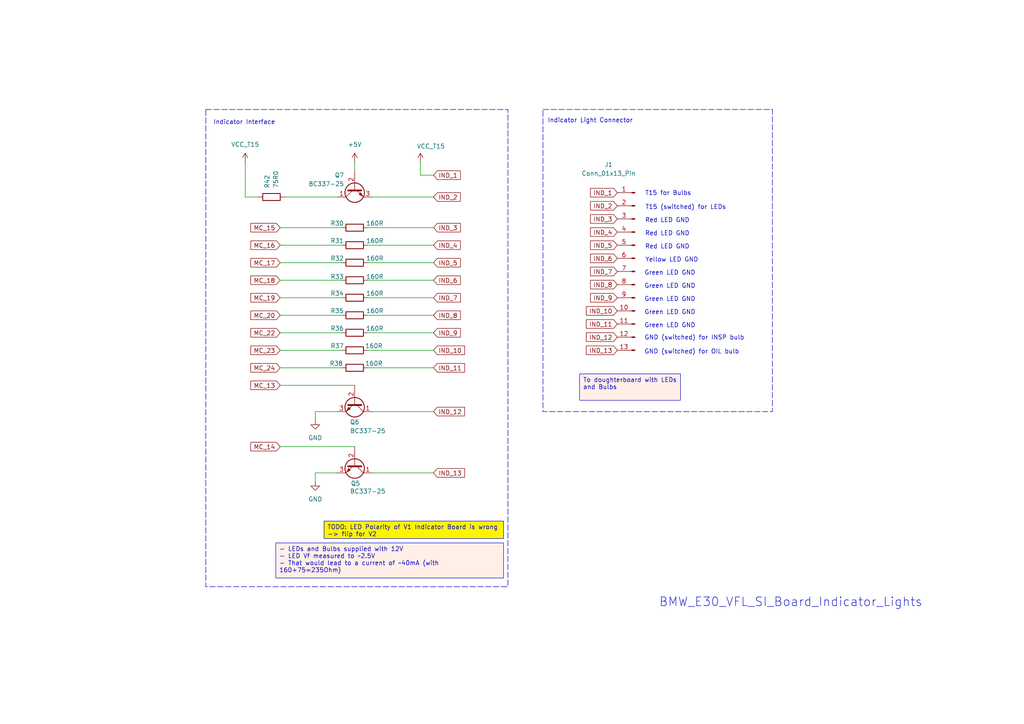
<source format=kicad_sch>
(kicad_sch
	(version 20250114)
	(generator "eeschema")
	(generator_version "9.0")
	(uuid "56518181-8acb-46fe-a753-c2f2479bc2ce")
	(paper "A4")
	(title_block
		(title "BMW E30 Pre-Facelift SI Board")
		(date "2024-06-15")
		(rev "2")
		(comment 1 "Revision 2.1 made by Reagan Ansel")
	)
	(lib_symbols
		(symbol "Connector:Conn_01x13_Pin"
			(pin_names
				(offset 1.016)
				(hide yes)
			)
			(exclude_from_sim no)
			(in_bom yes)
			(on_board yes)
			(property "Reference" "J1"
				(at 3.048 27.686 0)
				(effects
					(font
						(size 1.27 1.27)
					)
				)
			)
			(property "Value" "Conn_01x13_Pin"
				(at 3.048 25.146 0)
				(effects
					(font
						(size 1.27 1.27)
					)
				)
			)
			(property "Footprint" "Connector_PinHeader_2.54mm:PinHeader_1x13_P2.54mm_Vertical"
				(at 0.762 20.32 0)
				(effects
					(font
						(size 1.27 1.27)
					)
					(hide yes)
				)
			)
			(property "Datasheet" "~"
				(at 0 -7.62 0)
				(effects
					(font
						(size 1.27 1.27)
					)
					(hide yes)
				)
			)
			(property "Description" "Generic connector, single row, 01x13, script generated"
				(at 0 18.542 0)
				(effects
					(font
						(size 1.27 1.27)
					)
					(hide yes)
				)
			)
			(property "ki_keywords" "connector"
				(at 0 0 0)
				(effects
					(font
						(size 1.27 1.27)
					)
					(hide yes)
				)
			)
			(property "ki_fp_filters" "Connector*:*_1x??_*"
				(at 0 0 0)
				(effects
					(font
						(size 1.27 1.27)
					)
					(hide yes)
				)
			)
			(symbol "Conn_01x13_Pin_1_1"
				(rectangle
					(start 0.8636 15.367)
					(end 0 15.113)
					(stroke
						(width 0.1524)
						(type default)
					)
					(fill
						(type outline)
					)
				)
				(rectangle
					(start 0.8636 11.557)
					(end 0 11.303)
					(stroke
						(width 0.1524)
						(type default)
					)
					(fill
						(type outline)
					)
				)
				(rectangle
					(start 0.8636 7.747)
					(end 0 7.493)
					(stroke
						(width 0.1524)
						(type default)
					)
					(fill
						(type outline)
					)
				)
				(rectangle
					(start 0.8636 3.937)
					(end 0 3.683)
					(stroke
						(width 0.1524)
						(type default)
					)
					(fill
						(type outline)
					)
				)
				(rectangle
					(start 0.8636 0.127)
					(end 0 -0.127)
					(stroke
						(width 0.1524)
						(type default)
					)
					(fill
						(type outline)
					)
				)
				(rectangle
					(start 0.8636 -3.683)
					(end 0 -3.937)
					(stroke
						(width 0.1524)
						(type default)
					)
					(fill
						(type outline)
					)
				)
				(rectangle
					(start 0.8636 -7.493)
					(end 0 -7.747)
					(stroke
						(width 0.1524)
						(type default)
					)
					(fill
						(type outline)
					)
				)
				(rectangle
					(start 0.8636 -11.303)
					(end 0 -11.557)
					(stroke
						(width 0.1524)
						(type default)
					)
					(fill
						(type outline)
					)
				)
				(rectangle
					(start 0.8636 -15.113)
					(end 0 -15.367)
					(stroke
						(width 0.1524)
						(type default)
					)
					(fill
						(type outline)
					)
				)
				(rectangle
					(start 0.8636 -18.923)
					(end 0 -19.177)
					(stroke
						(width 0.1524)
						(type default)
					)
					(fill
						(type outline)
					)
				)
				(rectangle
					(start 0.8636 -22.733)
					(end 0 -22.987)
					(stroke
						(width 0.1524)
						(type default)
					)
					(fill
						(type outline)
					)
				)
				(rectangle
					(start 0.8636 -26.543)
					(end 0 -26.797)
					(stroke
						(width 0.1524)
						(type default)
					)
					(fill
						(type outline)
					)
				)
				(rectangle
					(start 0.8636 -30.353)
					(end 0 -30.607)
					(stroke
						(width 0.1524)
						(type default)
					)
					(fill
						(type outline)
					)
				)
				(polyline
					(pts
						(xy 1.27 15.24) (xy 0.8636 15.24)
					)
					(stroke
						(width 0.1524)
						(type default)
					)
					(fill
						(type none)
					)
				)
				(polyline
					(pts
						(xy 1.27 11.43) (xy 0.8636 11.43)
					)
					(stroke
						(width 0.1524)
						(type default)
					)
					(fill
						(type none)
					)
				)
				(polyline
					(pts
						(xy 1.27 7.62) (xy 0.8636 7.62)
					)
					(stroke
						(width 0.1524)
						(type default)
					)
					(fill
						(type none)
					)
				)
				(polyline
					(pts
						(xy 1.27 3.81) (xy 0.8636 3.81)
					)
					(stroke
						(width 0.1524)
						(type default)
					)
					(fill
						(type none)
					)
				)
				(polyline
					(pts
						(xy 1.27 0) (xy 0.8636 0)
					)
					(stroke
						(width 0.1524)
						(type default)
					)
					(fill
						(type none)
					)
				)
				(polyline
					(pts
						(xy 1.27 -3.81) (xy 0.8636 -3.81)
					)
					(stroke
						(width 0.1524)
						(type default)
					)
					(fill
						(type none)
					)
				)
				(polyline
					(pts
						(xy 1.27 -7.62) (xy 0.8636 -7.62)
					)
					(stroke
						(width 0.1524)
						(type default)
					)
					(fill
						(type none)
					)
				)
				(polyline
					(pts
						(xy 1.27 -11.43) (xy 0.8636 -11.43)
					)
					(stroke
						(width 0.1524)
						(type default)
					)
					(fill
						(type none)
					)
				)
				(polyline
					(pts
						(xy 1.27 -15.24) (xy 0.8636 -15.24)
					)
					(stroke
						(width 0.1524)
						(type default)
					)
					(fill
						(type none)
					)
				)
				(polyline
					(pts
						(xy 1.27 -19.05) (xy 0.8636 -19.05)
					)
					(stroke
						(width 0.1524)
						(type default)
					)
					(fill
						(type none)
					)
				)
				(polyline
					(pts
						(xy 1.27 -22.86) (xy 0.8636 -22.86)
					)
					(stroke
						(width 0.1524)
						(type default)
					)
					(fill
						(type none)
					)
				)
				(polyline
					(pts
						(xy 1.27 -26.67) (xy 0.8636 -26.67)
					)
					(stroke
						(width 0.1524)
						(type default)
					)
					(fill
						(type none)
					)
				)
				(polyline
					(pts
						(xy 1.27 -30.48) (xy 0.8636 -30.48)
					)
					(stroke
						(width 0.1524)
						(type default)
					)
					(fill
						(type none)
					)
				)
				(pin passive line
					(at 5.08 15.24 180)
					(length 3.81)
					(name "GND_BULB"
						(effects
							(font
								(size 1.27 1.27)
							)
						)
					)
					(number "1"
						(effects
							(font
								(size 1.27 1.27)
							)
						)
					)
				)
				(pin passive line
					(at 5.08 11.43 180)
					(length 3.81)
					(name "GND_LED"
						(effects
							(font
								(size 1.27 1.27)
							)
						)
					)
					(number "2"
						(effects
							(font
								(size 1.27 1.27)
							)
						)
					)
				)
				(pin passive line
					(at 5.08 7.62 180)
					(length 3.81)
					(name "LED_R3"
						(effects
							(font
								(size 1.27 1.27)
							)
						)
					)
					(number "3"
						(effects
							(font
								(size 1.27 1.27)
							)
						)
					)
				)
				(pin passive line
					(at 5.08 3.81 180)
					(length 3.81)
					(name "LED_R2"
						(effects
							(font
								(size 1.27 1.27)
							)
						)
					)
					(number "4"
						(effects
							(font
								(size 1.27 1.27)
							)
						)
					)
				)
				(pin passive line
					(at 5.08 0 180)
					(length 3.81)
					(name "LED_R1"
						(effects
							(font
								(size 1.27 1.27)
							)
						)
					)
					(number "5"
						(effects
							(font
								(size 1.27 1.27)
							)
						)
					)
				)
				(pin passive line
					(at 5.08 -3.81 180)
					(length 3.81)
					(name "LED_Y"
						(effects
							(font
								(size 1.27 1.27)
							)
						)
					)
					(number "6"
						(effects
							(font
								(size 1.27 1.27)
							)
						)
					)
				)
				(pin passive line
					(at 5.08 -7.62 180)
					(length 3.81)
					(name "LED_G5"
						(effects
							(font
								(size 1.27 1.27)
							)
						)
					)
					(number "7"
						(effects
							(font
								(size 1.27 1.27)
							)
						)
					)
				)
				(pin passive line
					(at 5.08 -11.43 180)
					(length 3.81)
					(name "LED_G4"
						(effects
							(font
								(size 1.27 1.27)
							)
						)
					)
					(number "8"
						(effects
							(font
								(size 1.27 1.27)
							)
						)
					)
				)
				(pin passive line
					(at 5.08 -15.24 180)
					(length 3.81)
					(name "LED_G3"
						(effects
							(font
								(size 1.27 1.27)
							)
						)
					)
					(number "9"
						(effects
							(font
								(size 1.27 1.27)
							)
						)
					)
				)
				(pin passive line
					(at 5.08 -19.05 180)
					(length 3.81)
					(name "LED_G2"
						(effects
							(font
								(size 1.27 1.27)
							)
						)
					)
					(number "10"
						(effects
							(font
								(size 1.27 1.27)
							)
						)
					)
				)
				(pin passive line
					(at 5.08 -22.86 180)
					(length 3.81)
					(name "LED_G1"
						(effects
							(font
								(size 1.27 1.27)
							)
						)
					)
					(number "11"
						(effects
							(font
								(size 1.27 1.27)
							)
						)
					)
				)
				(pin passive line
					(at 5.08 -26.67 180)
					(length 3.81)
					(name "BULB_INSPECTION"
						(effects
							(font
								(size 1.27 1.27)
							)
						)
					)
					(number "12"
						(effects
							(font
								(size 1.27 1.27)
							)
						)
					)
				)
				(pin passive line
					(at 5.08 -30.48 180)
					(length 3.81)
					(name "BULB_OILSERVICE"
						(effects
							(font
								(size 1.27 1.27)
							)
						)
					)
					(number "13"
						(effects
							(font
								(size 1.27 1.27)
							)
						)
					)
				)
			)
			(embedded_fonts no)
		)
		(symbol "Device:R"
			(pin_numbers
				(hide yes)
			)
			(pin_names
				(offset 0)
			)
			(exclude_from_sim no)
			(in_bom yes)
			(on_board yes)
			(property "Reference" "R"
				(at 2.032 0 90)
				(effects
					(font
						(size 1.27 1.27)
					)
				)
			)
			(property "Value" "R"
				(at 0 0 90)
				(effects
					(font
						(size 1.27 1.27)
					)
				)
			)
			(property "Footprint" ""
				(at -1.778 0 90)
				(effects
					(font
						(size 1.27 1.27)
					)
					(hide yes)
				)
			)
			(property "Datasheet" "~"
				(at 0 0 0)
				(effects
					(font
						(size 1.27 1.27)
					)
					(hide yes)
				)
			)
			(property "Description" "Resistor"
				(at 0 0 0)
				(effects
					(font
						(size 1.27 1.27)
					)
					(hide yes)
				)
			)
			(property "ki_keywords" "R res resistor"
				(at 0 0 0)
				(effects
					(font
						(size 1.27 1.27)
					)
					(hide yes)
				)
			)
			(property "ki_fp_filters" "R_*"
				(at 0 0 0)
				(effects
					(font
						(size 1.27 1.27)
					)
					(hide yes)
				)
			)
			(symbol "R_0_1"
				(rectangle
					(start -1.016 -2.54)
					(end 1.016 2.54)
					(stroke
						(width 0.254)
						(type default)
					)
					(fill
						(type none)
					)
				)
			)
			(symbol "R_1_1"
				(pin passive line
					(at 0 3.81 270)
					(length 1.27)
					(name "~"
						(effects
							(font
								(size 1.27 1.27)
							)
						)
					)
					(number "1"
						(effects
							(font
								(size 1.27 1.27)
							)
						)
					)
				)
				(pin passive line
					(at 0 -3.81 90)
					(length 1.27)
					(name "~"
						(effects
							(font
								(size 1.27 1.27)
							)
						)
					)
					(number "2"
						(effects
							(font
								(size 1.27 1.27)
							)
						)
					)
				)
			)
			(embedded_fonts no)
		)
		(symbol "Transistor_BJT:BC337"
			(pin_names
				(offset 0)
				(hide yes)
			)
			(exclude_from_sim no)
			(in_bom yes)
			(on_board yes)
			(property "Reference" "Q"
				(at 5.08 1.905 0)
				(effects
					(font
						(size 1.27 1.27)
					)
					(justify left)
				)
			)
			(property "Value" "BC337"
				(at 5.08 0 0)
				(effects
					(font
						(size 1.27 1.27)
					)
					(justify left)
				)
			)
			(property "Footprint" "Package_TO_SOT_THT:TO-92_Inline"
				(at 5.08 -1.905 0)
				(effects
					(font
						(size 1.27 1.27)
						(italic yes)
					)
					(justify left)
					(hide yes)
				)
			)
			(property "Datasheet" "https://diotec.com/tl_files/diotec/files/pdf/datasheets/bc337.pdf"
				(at 0 0 0)
				(effects
					(font
						(size 1.27 1.27)
					)
					(justify left)
					(hide yes)
				)
			)
			(property "Description" "0.8A Ic, 45V Vce, NPN Transistor, TO-92"
				(at 0 0 0)
				(effects
					(font
						(size 1.27 1.27)
					)
					(hide yes)
				)
			)
			(property "ki_keywords" "NPN Transistor"
				(at 0 0 0)
				(effects
					(font
						(size 1.27 1.27)
					)
					(hide yes)
				)
			)
			(property "ki_fp_filters" "TO?92*"
				(at 0 0 0)
				(effects
					(font
						(size 1.27 1.27)
					)
					(hide yes)
				)
			)
			(symbol "BC337_0_1"
				(polyline
					(pts
						(xy 0 0) (xy 0.635 0)
					)
					(stroke
						(width 0)
						(type default)
					)
					(fill
						(type none)
					)
				)
				(polyline
					(pts
						(xy 0.635 1.905) (xy 0.635 -1.905) (xy 0.635 -1.905)
					)
					(stroke
						(width 0.508)
						(type default)
					)
					(fill
						(type none)
					)
				)
				(polyline
					(pts
						(xy 0.635 0.635) (xy 2.54 2.54)
					)
					(stroke
						(width 0)
						(type default)
					)
					(fill
						(type none)
					)
				)
				(polyline
					(pts
						(xy 0.635 -0.635) (xy 2.54 -2.54) (xy 2.54 -2.54)
					)
					(stroke
						(width 0)
						(type default)
					)
					(fill
						(type none)
					)
				)
				(circle
					(center 1.27 0)
					(radius 2.8194)
					(stroke
						(width 0.254)
						(type default)
					)
					(fill
						(type none)
					)
				)
				(polyline
					(pts
						(xy 1.27 -1.778) (xy 1.778 -1.27) (xy 2.286 -2.286) (xy 1.27 -1.778) (xy 1.27 -1.778)
					)
					(stroke
						(width 0)
						(type default)
					)
					(fill
						(type outline)
					)
				)
			)
			(symbol "BC337_1_1"
				(pin input line
					(at -5.08 0 0)
					(length 5.08)
					(name "B"
						(effects
							(font
								(size 1.27 1.27)
							)
						)
					)
					(number "2"
						(effects
							(font
								(size 1.27 1.27)
							)
						)
					)
				)
				(pin passive line
					(at 2.54 5.08 270)
					(length 2.54)
					(name "C"
						(effects
							(font
								(size 1.27 1.27)
							)
						)
					)
					(number "1"
						(effects
							(font
								(size 1.27 1.27)
							)
						)
					)
				)
				(pin passive line
					(at 2.54 -5.08 90)
					(length 2.54)
					(name "E"
						(effects
							(font
								(size 1.27 1.27)
							)
						)
					)
					(number "3"
						(effects
							(font
								(size 1.27 1.27)
							)
						)
					)
				)
			)
			(embedded_fonts no)
		)
		(symbol "power:+5V"
			(power)
			(pin_numbers
				(hide yes)
			)
			(pin_names
				(offset 0)
				(hide yes)
			)
			(exclude_from_sim no)
			(in_bom yes)
			(on_board yes)
			(property "Reference" "#PWR"
				(at 0 -3.81 0)
				(effects
					(font
						(size 1.27 1.27)
					)
					(hide yes)
				)
			)
			(property "Value" "+5V"
				(at 0 3.556 0)
				(effects
					(font
						(size 1.27 1.27)
					)
				)
			)
			(property "Footprint" ""
				(at 0 0 0)
				(effects
					(font
						(size 1.27 1.27)
					)
					(hide yes)
				)
			)
			(property "Datasheet" ""
				(at 0 0 0)
				(effects
					(font
						(size 1.27 1.27)
					)
					(hide yes)
				)
			)
			(property "Description" "Power symbol creates a global label with name \"+5V\""
				(at 0 0 0)
				(effects
					(font
						(size 1.27 1.27)
					)
					(hide yes)
				)
			)
			(property "ki_keywords" "global power"
				(at 0 0 0)
				(effects
					(font
						(size 1.27 1.27)
					)
					(hide yes)
				)
			)
			(symbol "+5V_0_1"
				(polyline
					(pts
						(xy -0.762 1.27) (xy 0 2.54)
					)
					(stroke
						(width 0)
						(type default)
					)
					(fill
						(type none)
					)
				)
				(polyline
					(pts
						(xy 0 2.54) (xy 0.762 1.27)
					)
					(stroke
						(width 0)
						(type default)
					)
					(fill
						(type none)
					)
				)
				(polyline
					(pts
						(xy 0 0) (xy 0 2.54)
					)
					(stroke
						(width 0)
						(type default)
					)
					(fill
						(type none)
					)
				)
			)
			(symbol "+5V_1_1"
				(pin power_in line
					(at 0 0 90)
					(length 0)
					(name "~"
						(effects
							(font
								(size 1.27 1.27)
							)
						)
					)
					(number "1"
						(effects
							(font
								(size 1.27 1.27)
							)
						)
					)
				)
			)
			(embedded_fonts no)
		)
		(symbol "power:GND"
			(power)
			(pin_numbers
				(hide yes)
			)
			(pin_names
				(offset 0)
				(hide yes)
			)
			(exclude_from_sim no)
			(in_bom yes)
			(on_board yes)
			(property "Reference" "#PWR"
				(at 0 -6.35 0)
				(effects
					(font
						(size 1.27 1.27)
					)
					(hide yes)
				)
			)
			(property "Value" "GND"
				(at 0 -3.81 0)
				(effects
					(font
						(size 1.27 1.27)
					)
				)
			)
			(property "Footprint" ""
				(at 0 0 0)
				(effects
					(font
						(size 1.27 1.27)
					)
					(hide yes)
				)
			)
			(property "Datasheet" ""
				(at 0 0 0)
				(effects
					(font
						(size 1.27 1.27)
					)
					(hide yes)
				)
			)
			(property "Description" "Power symbol creates a global label with name \"GND\" , ground"
				(at 0 0 0)
				(effects
					(font
						(size 1.27 1.27)
					)
					(hide yes)
				)
			)
			(property "ki_keywords" "global power"
				(at 0 0 0)
				(effects
					(font
						(size 1.27 1.27)
					)
					(hide yes)
				)
			)
			(symbol "GND_0_1"
				(polyline
					(pts
						(xy 0 0) (xy 0 -1.27) (xy 1.27 -1.27) (xy 0 -2.54) (xy -1.27 -1.27) (xy 0 -1.27)
					)
					(stroke
						(width 0)
						(type default)
					)
					(fill
						(type none)
					)
				)
			)
			(symbol "GND_1_1"
				(pin power_in line
					(at 0 0 270)
					(length 0)
					(name "~"
						(effects
							(font
								(size 1.27 1.27)
							)
						)
					)
					(number "1"
						(effects
							(font
								(size 1.27 1.27)
							)
						)
					)
				)
			)
			(embedded_fonts no)
		)
		(symbol "power:VCC"
			(power)
			(pin_numbers
				(hide yes)
			)
			(pin_names
				(offset 0)
				(hide yes)
			)
			(exclude_from_sim no)
			(in_bom yes)
			(on_board yes)
			(property "Reference" "#PWR"
				(at 0 -3.81 0)
				(effects
					(font
						(size 1.27 1.27)
					)
					(hide yes)
				)
			)
			(property "Value" "VCC"
				(at 0 3.556 0)
				(effects
					(font
						(size 1.27 1.27)
					)
				)
			)
			(property "Footprint" ""
				(at 0 0 0)
				(effects
					(font
						(size 1.27 1.27)
					)
					(hide yes)
				)
			)
			(property "Datasheet" ""
				(at 0 0 0)
				(effects
					(font
						(size 1.27 1.27)
					)
					(hide yes)
				)
			)
			(property "Description" "Power symbol creates a global label with name \"VCC\""
				(at 0 0 0)
				(effects
					(font
						(size 1.27 1.27)
					)
					(hide yes)
				)
			)
			(property "ki_keywords" "global power"
				(at 0 0 0)
				(effects
					(font
						(size 1.27 1.27)
					)
					(hide yes)
				)
			)
			(symbol "VCC_0_1"
				(polyline
					(pts
						(xy -0.762 1.27) (xy 0 2.54)
					)
					(stroke
						(width 0)
						(type default)
					)
					(fill
						(type none)
					)
				)
				(polyline
					(pts
						(xy 0 2.54) (xy 0.762 1.27)
					)
					(stroke
						(width 0)
						(type default)
					)
					(fill
						(type none)
					)
				)
				(polyline
					(pts
						(xy 0 0) (xy 0 2.54)
					)
					(stroke
						(width 0)
						(type default)
					)
					(fill
						(type none)
					)
				)
			)
			(symbol "VCC_1_1"
				(pin power_in line
					(at 0 0 90)
					(length 0)
					(name "~"
						(effects
							(font
								(size 1.27 1.27)
							)
						)
					)
					(number "1"
						(effects
							(font
								(size 1.27 1.27)
							)
						)
					)
				)
			)
			(embedded_fonts no)
		)
	)
	(rectangle
		(start 157.48 31.75)
		(end 224.028 119.38)
		(stroke
			(width 0)
			(type dash)
		)
		(fill
			(type none)
		)
		(uuid 046f71bb-e16f-4451-a5b7-350c2fe4bdbe)
	)
	(rectangle
		(start 59.69 31.75)
		(end 147.32 170.18)
		(stroke
			(width 0)
			(type dash)
		)
		(fill
			(type none)
		)
		(uuid 611be2a0-707a-4234-abe9-61fd667303f3)
	)
	(text "Indicator Interface\n"
		(exclude_from_sim no)
		(at 70.866 35.56 0)
		(effects
			(font
				(size 1.27 1.27)
			)
		)
		(uuid "0cb22d61-ca4c-4999-833c-f6a062ac6d89")
	)
	(text "Indicator Light Connector"
		(exclude_from_sim no)
		(at 171.196 35.052 0)
		(effects
			(font
				(size 1.27 1.27)
			)
		)
		(uuid "0e53c823-6676-43a1-b24f-b4e486b9d552")
	)
	(text "GND (switched) for INSP bulb"
		(exclude_from_sim no)
		(at 201.422 98.044 0)
		(effects
			(font
				(size 1.27 1.27)
			)
		)
		(uuid "13157ea6-675d-4255-afb9-fe8e61e1ef35")
	)
	(text "Green LED GND"
		(exclude_from_sim no)
		(at 194.31 86.868 0)
		(effects
			(font
				(size 1.27 1.27)
			)
		)
		(uuid "1c69a037-dabc-4caa-98b6-3ff71068073f")
	)
	(text "GND (switched) for OIL bulb"
		(exclude_from_sim no)
		(at 200.66 102.108 0)
		(effects
			(font
				(size 1.27 1.27)
			)
		)
		(uuid "425c09fc-caa5-4026-8adb-b356f98db8f3")
	)
	(text "BMW_E30_VFL_SI_Board_Indicator_Lights"
		(exclude_from_sim no)
		(at 229.362 174.752 0)
		(effects
			(font
				(size 2.54 2.54)
			)
		)
		(uuid "5e3eb494-49d5-4a0c-bfb9-ebeffe941eb0")
	)
	(text "Green LED GND"
		(exclude_from_sim no)
		(at 194.31 90.678 0)
		(effects
			(font
				(size 1.27 1.27)
			)
		)
		(uuid "71eadfa1-ebea-46e8-b616-7256492e76d2")
	)
	(text "Red LED GND\n"
		(exclude_from_sim no)
		(at 193.548 67.818 0)
		(effects
			(font
				(size 1.27 1.27)
			)
		)
		(uuid "773e661d-50c9-47c0-a541-30aefa7b7b68")
	)
	(text "Yellow LED GND"
		(exclude_from_sim no)
		(at 194.818 75.438 0)
		(effects
			(font
				(size 1.27 1.27)
			)
		)
		(uuid "7a92961b-fd39-490c-9fae-621eb3f377dc")
	)
	(text "Green LED GND"
		(exclude_from_sim no)
		(at 194.31 79.248 0)
		(effects
			(font
				(size 1.27 1.27)
			)
		)
		(uuid "af1c15b0-100f-4888-a28c-1bbc92b9837a")
	)
	(text "T15 (switched) for LEDs"
		(exclude_from_sim no)
		(at 198.882 60.198 0)
		(effects
			(font
				(size 1.27 1.27)
			)
		)
		(uuid "ba1a4a7b-9338-4fc0-b00b-9b5c3174bfe3")
	)
	(text "Green LED GND"
		(exclude_from_sim no)
		(at 194.31 83.058 0)
		(effects
			(font
				(size 1.27 1.27)
			)
		)
		(uuid "c6b482e9-4ad4-4494-a756-7a0f967b4717")
	)
	(text "Red LED GND\n"
		(exclude_from_sim no)
		(at 193.548 71.628 0)
		(effects
			(font
				(size 1.27 1.27)
			)
		)
		(uuid "ce2f8a58-9d8d-4b71-b984-bc1e9d91488d")
	)
	(text "Red LED GND\n"
		(exclude_from_sim no)
		(at 193.548 64.008 0)
		(effects
			(font
				(size 1.27 1.27)
			)
		)
		(uuid "d1729293-aa3e-4b38-a135-bfaac979453f")
	)
	(text "T15 for Bulbs\n"
		(exclude_from_sim no)
		(at 193.802 56.134 0)
		(effects
			(font
				(size 1.27 1.27)
			)
		)
		(uuid "e2e87072-35d9-4ee5-a841-7b5b40a6c43f")
	)
	(text "Green LED GND"
		(exclude_from_sim no)
		(at 194.31 94.488 0)
		(effects
			(font
				(size 1.27 1.27)
			)
		)
		(uuid "f35d5300-afd5-4195-b27a-36b0a955d5f2")
	)
	(text_box "TODO: LED Polarity of V1 Indicator Board is wrong \n-> flip for V2"
		(exclude_from_sim no)
		(at 93.98 151.13 0)
		(size 52.07 5.08)
		(margins 0.9525 0.9525 0.9525 0.9525)
		(stroke
			(width 0)
			(type default)
		)
		(fill
			(type color)
			(color 255 244 0 1)
		)
		(effects
			(font
				(size 1.27 1.27)
			)
			(justify left top)
		)
		(uuid "84c3434a-7177-454a-b0af-89b1be5ad7b9")
	)
	(text_box "To doughterboard with LEDs and Bulbs"
		(exclude_from_sim no)
		(at 168.148 108.458 0)
		(size 29.21 7.62)
		(margins 0.9525 0.9525 0.9525 0.9525)
		(stroke
			(width 0)
			(type default)
		)
		(fill
			(type color)
			(color 255 239 232 1)
		)
		(effects
			(font
				(size 1.27 1.27)
			)
			(justify left top)
		)
		(uuid "dac20b14-005c-4666-af12-1e79e2510d92")
	)
	(text_box "- LEDs and Bulbs supplied with 12V\n- LED Vf measured to ~2.5V\n- That would lead to a current of ~40mA (with 160+75=235Ohm)"
		(exclude_from_sim no)
		(at 80.01 157.48 0)
		(size 66.04 10.16)
		(margins 0.9525 0.9525 0.9525 0.9525)
		(stroke
			(width 0)
			(type default)
		)
		(fill
			(type color)
			(color 255 239 232 1)
		)
		(effects
			(font
				(size 1.27 1.27)
			)
			(justify left top)
		)
		(uuid "e321241d-5a40-4526-863f-5b2650f8a613")
	)
	(wire
		(pts
			(xy 107.95 119.38) (xy 125.73 119.38)
		)
		(stroke
			(width 0)
			(type default)
		)
		(uuid "0ad8b2d0-0980-4f61-98c9-7aa8bbf9e1f8")
	)
	(wire
		(pts
			(xy 106.68 96.52) (xy 125.73 96.52)
		)
		(stroke
			(width 0)
			(type default)
		)
		(uuid "136a7fb5-b7e5-4391-aabd-9be64de7e9be")
	)
	(wire
		(pts
			(xy 82.55 57.15) (xy 97.79 57.15)
		)
		(stroke
			(width 0)
			(type default)
		)
		(uuid "15ed0654-c0d4-486a-a94c-a084610750c1")
	)
	(wire
		(pts
			(xy 71.12 57.15) (xy 74.93 57.15)
		)
		(stroke
			(width 0)
			(type default)
		)
		(uuid "3168be44-20da-42ea-9da5-a22b7db08557")
	)
	(wire
		(pts
			(xy 81.28 91.44) (xy 99.06 91.44)
		)
		(stroke
			(width 0)
			(type default)
		)
		(uuid "368d5191-d16a-4f62-87a4-b6db2106e7e6")
	)
	(wire
		(pts
			(xy 106.68 66.04) (xy 125.73 66.04)
		)
		(stroke
			(width 0)
			(type default)
		)
		(uuid "3a87217a-0e4d-4c85-b224-211d6a59ecf9")
	)
	(wire
		(pts
			(xy 81.28 66.04) (xy 99.06 66.04)
		)
		(stroke
			(width 0)
			(type default)
		)
		(uuid "3d8f8241-bccf-4d72-babf-f92029a16d7c")
	)
	(wire
		(pts
			(xy 81.28 96.52) (xy 99.06 96.52)
		)
		(stroke
			(width 0)
			(type default)
		)
		(uuid "41c65992-ccb2-4d53-b2b6-82b094221b3b")
	)
	(wire
		(pts
			(xy 81.28 129.54) (xy 102.87 129.54)
		)
		(stroke
			(width 0)
			(type default)
		)
		(uuid "4802e7aa-0010-43f6-b786-f5b93ea6c3f7")
	)
	(wire
		(pts
			(xy 106.68 81.28) (xy 125.73 81.28)
		)
		(stroke
			(width 0)
			(type default)
		)
		(uuid "60c21e26-53f7-4304-8b5b-697a88822639")
	)
	(wire
		(pts
			(xy 91.44 119.38) (xy 91.44 121.92)
		)
		(stroke
			(width 0)
			(type default)
		)
		(uuid "62bd0ca3-10e8-4cbe-a194-24748f8103f1")
	)
	(wire
		(pts
			(xy 97.79 137.16) (xy 91.44 137.16)
		)
		(stroke
			(width 0)
			(type default)
		)
		(uuid "7726d92b-e9bc-4884-a6ef-ebf9d444a89d")
	)
	(wire
		(pts
			(xy 81.28 86.36) (xy 99.06 86.36)
		)
		(stroke
			(width 0)
			(type default)
		)
		(uuid "79790e2f-3ef0-4e33-918e-f21c081ea700")
	)
	(wire
		(pts
			(xy 81.28 76.2) (xy 99.06 76.2)
		)
		(stroke
			(width 0)
			(type default)
		)
		(uuid "7ccee2d7-98cb-4fcc-bcb7-b4ea8911c8e2")
	)
	(wire
		(pts
			(xy 107.95 137.16) (xy 125.73 137.16)
		)
		(stroke
			(width 0)
			(type default)
		)
		(uuid "8192ef4a-8a1c-4280-ab55-63beef90a2dc")
	)
	(wire
		(pts
			(xy 121.92 50.8) (xy 121.92 46.99)
		)
		(stroke
			(width 0)
			(type default)
		)
		(uuid "8253febc-890c-40be-bffa-5011a5cd2b05")
	)
	(wire
		(pts
			(xy 81.28 81.28) (xy 99.06 81.28)
		)
		(stroke
			(width 0)
			(type default)
		)
		(uuid "86945329-6a0c-48ca-9119-8bafe840ddfd")
	)
	(wire
		(pts
			(xy 106.68 86.36) (xy 125.73 86.36)
		)
		(stroke
			(width 0)
			(type default)
		)
		(uuid "8b374c63-bb4d-4718-aa82-992ba043f005")
	)
	(wire
		(pts
			(xy 106.68 106.68) (xy 125.73 106.68)
		)
		(stroke
			(width 0)
			(type default)
		)
		(uuid "8f8d1d3d-b0a1-4d6b-8abe-8595d22fb5c0")
	)
	(wire
		(pts
			(xy 106.68 71.12) (xy 125.73 71.12)
		)
		(stroke
			(width 0)
			(type default)
		)
		(uuid "95e50f84-35c5-4a3f-97cc-e5e4e9ff107d")
	)
	(wire
		(pts
			(xy 81.28 101.6) (xy 99.06 101.6)
		)
		(stroke
			(width 0)
			(type default)
		)
		(uuid "a242f5fe-2a45-41df-a1ef-d892ce14e2f9")
	)
	(wire
		(pts
			(xy 106.68 91.44) (xy 125.73 91.44)
		)
		(stroke
			(width 0)
			(type default)
		)
		(uuid "a8f171ef-7881-42e7-968e-9b0cc7b0d59c")
	)
	(wire
		(pts
			(xy 81.28 71.12) (xy 99.06 71.12)
		)
		(stroke
			(width 0)
			(type default)
		)
		(uuid "b3921ff8-430c-4439-ab47-b840b6b75051")
	)
	(wire
		(pts
			(xy 107.95 57.15) (xy 125.73 57.15)
		)
		(stroke
			(width 0)
			(type default)
		)
		(uuid "c83f74f5-82a1-472b-a6eb-639d26d3eb85")
	)
	(wire
		(pts
			(xy 106.68 76.2) (xy 125.73 76.2)
		)
		(stroke
			(width 0)
			(type default)
		)
		(uuid "ccbabd58-52ca-4057-b4ca-3ce3d2a5d538")
	)
	(wire
		(pts
			(xy 81.28 106.68) (xy 99.06 106.68)
		)
		(stroke
			(width 0)
			(type default)
		)
		(uuid "d3b1ffd6-c1a0-4645-9d41-d5a497cd67a0")
	)
	(wire
		(pts
			(xy 121.92 50.8) (xy 125.73 50.8)
		)
		(stroke
			(width 0)
			(type default)
		)
		(uuid "deeab47a-d13e-4723-a685-3e1310f4fd53")
	)
	(wire
		(pts
			(xy 106.68 101.6) (xy 125.73 101.6)
		)
		(stroke
			(width 0)
			(type default)
		)
		(uuid "e5707f22-d90f-47a9-9ec6-c1e3f99dec23")
	)
	(wire
		(pts
			(xy 71.12 46.99) (xy 71.12 57.15)
		)
		(stroke
			(width 0)
			(type default)
		)
		(uuid "e902b336-d02a-48fa-a0d2-f10a1bae3007")
	)
	(wire
		(pts
			(xy 91.44 119.38) (xy 97.79 119.38)
		)
		(stroke
			(width 0)
			(type default)
		)
		(uuid "ed6c95f5-2399-4286-9747-f6165b70afd9")
	)
	(wire
		(pts
			(xy 81.28 111.76) (xy 102.87 111.76)
		)
		(stroke
			(width 0)
			(type default)
		)
		(uuid "f80dc7f6-36a7-4016-b413-f6a0bc0c42b0")
	)
	(wire
		(pts
			(xy 91.44 137.16) (xy 91.44 139.7)
		)
		(stroke
			(width 0)
			(type default)
		)
		(uuid "f96371a4-ccfc-43ee-847a-f8a8077b5d40")
	)
	(wire
		(pts
			(xy 102.87 46.99) (xy 102.87 49.53)
		)
		(stroke
			(width 0)
			(type default)
		)
		(uuid "fdeaa2ac-86c6-4fa7-b742-12bfe9fa60cd")
	)
	(global_label "IND_8"
		(shape input)
		(at 179.07 82.55 180)
		(fields_autoplaced yes)
		(effects
			(font
				(size 1.27 1.27)
			)
			(justify right)
		)
		(uuid "172c9082-29c1-42fa-ac58-02132947f6c2")
		(property "Intersheetrefs" "${INTERSHEET_REFS}"
			(at 170.7024 82.55 0)
			(effects
				(font
					(size 1.27 1.27)
				)
				(justify right)
				(hide yes)
			)
		)
	)
	(global_label "IND_1"
		(shape input)
		(at 125.73 50.8 0)
		(fields_autoplaced yes)
		(effects
			(font
				(size 1.27 1.27)
			)
			(justify left)
		)
		(uuid "1a172629-d2ca-4228-88f1-7edb16b6bc95")
		(property "Intersheetrefs" "${INTERSHEET_REFS}"
			(at 134.0976 50.8 0)
			(effects
				(font
					(size 1.27 1.27)
				)
				(justify left)
				(hide yes)
			)
		)
	)
	(global_label "IND_7"
		(shape input)
		(at 125.73 86.36 0)
		(fields_autoplaced yes)
		(effects
			(font
				(size 1.27 1.27)
			)
			(justify left)
		)
		(uuid "1e5bde58-afe8-4915-8eb5-be6928d32163")
		(property "Intersheetrefs" "${INTERSHEET_REFS}"
			(at 134.0976 86.36 0)
			(effects
				(font
					(size 1.27 1.27)
				)
				(justify left)
				(hide yes)
			)
		)
	)
	(global_label "IND_4"
		(shape input)
		(at 125.73 71.12 0)
		(fields_autoplaced yes)
		(effects
			(font
				(size 1.27 1.27)
			)
			(justify left)
		)
		(uuid "2227c976-9fda-476d-8010-914d264aa5fd")
		(property "Intersheetrefs" "${INTERSHEET_REFS}"
			(at 134.0976 71.12 0)
			(effects
				(font
					(size 1.27 1.27)
				)
				(justify left)
				(hide yes)
			)
		)
	)
	(global_label "IND_2"
		(shape input)
		(at 179.07 59.69 180)
		(fields_autoplaced yes)
		(effects
			(font
				(size 1.27 1.27)
			)
			(justify right)
		)
		(uuid "2ea4f95f-c386-4e0c-ab42-013f19158d31")
		(property "Intersheetrefs" "${INTERSHEET_REFS}"
			(at 170.7024 59.69 0)
			(effects
				(font
					(size 1.27 1.27)
				)
				(justify right)
				(hide yes)
			)
		)
	)
	(global_label "IND_10"
		(shape input)
		(at 179.07 90.17 180)
		(fields_autoplaced yes)
		(effects
			(font
				(size 1.27 1.27)
			)
			(justify right)
		)
		(uuid "37e457b9-bb09-4757-b7e9-79cded042cca")
		(property "Intersheetrefs" "${INTERSHEET_REFS}"
			(at 169.4929 90.17 0)
			(effects
				(font
					(size 1.27 1.27)
				)
				(justify right)
				(hide yes)
			)
		)
	)
	(global_label "IND_7"
		(shape input)
		(at 179.07 78.74 180)
		(fields_autoplaced yes)
		(effects
			(font
				(size 1.27 1.27)
			)
			(justify right)
		)
		(uuid "3a104116-4af8-43c9-a989-9740db1d9d93")
		(property "Intersheetrefs" "${INTERSHEET_REFS}"
			(at 170.7024 78.74 0)
			(effects
				(font
					(size 1.27 1.27)
				)
				(justify right)
				(hide yes)
			)
		)
	)
	(global_label "IND_9"
		(shape input)
		(at 179.07 86.36 180)
		(fields_autoplaced yes)
		(effects
			(font
				(size 1.27 1.27)
			)
			(justify right)
		)
		(uuid "3b530f67-6580-4019-b8a7-515931af7974")
		(property "Intersheetrefs" "${INTERSHEET_REFS}"
			(at 170.7024 86.36 0)
			(effects
				(font
					(size 1.27 1.27)
				)
				(justify right)
				(hide yes)
			)
		)
	)
	(global_label "IND_5"
		(shape input)
		(at 125.73 76.2 0)
		(fields_autoplaced yes)
		(effects
			(font
				(size 1.27 1.27)
			)
			(justify left)
		)
		(uuid "3e161812-76dc-4f0c-8072-5ed786c69aa3")
		(property "Intersheetrefs" "${INTERSHEET_REFS}"
			(at 134.0976 76.2 0)
			(effects
				(font
					(size 1.27 1.27)
				)
				(justify left)
				(hide yes)
			)
		)
	)
	(global_label "MC_15"
		(shape input)
		(at 81.28 66.04 180)
		(fields_autoplaced yes)
		(effects
			(font
				(size 1.27 1.27)
			)
			(justify right)
		)
		(uuid "3e9a9a12-dbfa-4deb-a7f0-189c0ba84af6")
		(property "Intersheetrefs" "${INTERSHEET_REFS}"
			(at 72.1868 66.04 0)
			(effects
				(font
					(size 1.27 1.27)
				)
				(justify right)
				(hide yes)
			)
		)
	)
	(global_label "IND_2"
		(shape input)
		(at 125.73 57.15 0)
		(fields_autoplaced yes)
		(effects
			(font
				(size 1.27 1.27)
			)
			(justify left)
		)
		(uuid "473a3d1d-e066-426d-869b-208b85b49e78")
		(property "Intersheetrefs" "${INTERSHEET_REFS}"
			(at 134.0976 57.15 0)
			(effects
				(font
					(size 1.27 1.27)
				)
				(justify left)
				(hide yes)
			)
		)
	)
	(global_label "MC_22"
		(shape input)
		(at 81.28 96.52 180)
		(fields_autoplaced yes)
		(effects
			(font
				(size 1.27 1.27)
			)
			(justify right)
		)
		(uuid "4d62a641-8115-4c1b-8872-7c2f92802851")
		(property "Intersheetrefs" "${INTERSHEET_REFS}"
			(at 72.1868 96.52 0)
			(effects
				(font
					(size 1.27 1.27)
				)
				(justify right)
				(hide yes)
			)
		)
	)
	(global_label "MC_14"
		(shape input)
		(at 81.28 129.54 180)
		(fields_autoplaced yes)
		(effects
			(font
				(size 1.27 1.27)
			)
			(justify right)
		)
		(uuid "540b6a3a-9367-44b8-be79-b58fd0e92920")
		(property "Intersheetrefs" "${INTERSHEET_REFS}"
			(at 72.1868 129.54 0)
			(effects
				(font
					(size 1.27 1.27)
				)
				(justify right)
				(hide yes)
			)
		)
	)
	(global_label "IND_11"
		(shape input)
		(at 125.73 106.68 0)
		(fields_autoplaced yes)
		(effects
			(font
				(size 1.27 1.27)
			)
			(justify left)
		)
		(uuid "60d38fdb-37e1-4528-80b8-1f26dbd5ef67")
		(property "Intersheetrefs" "${INTERSHEET_REFS}"
			(at 135.3071 106.68 0)
			(effects
				(font
					(size 1.27 1.27)
				)
				(justify left)
				(hide yes)
			)
		)
	)
	(global_label "IND_3"
		(shape input)
		(at 125.73 66.04 0)
		(fields_autoplaced yes)
		(effects
			(font
				(size 1.27 1.27)
			)
			(justify left)
		)
		(uuid "6bb1ad0e-5d12-4132-a652-f1e55bcc9bbb")
		(property "Intersheetrefs" "${INTERSHEET_REFS}"
			(at 134.0976 66.04 0)
			(effects
				(font
					(size 1.27 1.27)
				)
				(justify left)
				(hide yes)
			)
		)
	)
	(global_label "IND_6"
		(shape input)
		(at 125.73 81.28 0)
		(fields_autoplaced yes)
		(effects
			(font
				(size 1.27 1.27)
			)
			(justify left)
		)
		(uuid "6e511034-6ed0-4e71-a5de-da84a3e2f3a2")
		(property "Intersheetrefs" "${INTERSHEET_REFS}"
			(at 134.0976 81.28 0)
			(effects
				(font
					(size 1.27 1.27)
				)
				(justify left)
				(hide yes)
			)
		)
	)
	(global_label "MC_19"
		(shape input)
		(at 81.28 86.36 180)
		(fields_autoplaced yes)
		(effects
			(font
				(size 1.27 1.27)
			)
			(justify right)
		)
		(uuid "7d1c5231-695f-4f9c-8bde-ed89a192e7d9")
		(property "Intersheetrefs" "${INTERSHEET_REFS}"
			(at 72.1868 86.36 0)
			(effects
				(font
					(size 1.27 1.27)
				)
				(justify right)
				(hide yes)
			)
		)
	)
	(global_label "IND_6"
		(shape input)
		(at 179.07 74.93 180)
		(fields_autoplaced yes)
		(effects
			(font
				(size 1.27 1.27)
			)
			(justify right)
		)
		(uuid "82f17517-1cd0-4481-94cd-f58feb947a52")
		(property "Intersheetrefs" "${INTERSHEET_REFS}"
			(at 170.7024 74.93 0)
			(effects
				(font
					(size 1.27 1.27)
				)
				(justify right)
				(hide yes)
			)
		)
	)
	(global_label "IND_13"
		(shape input)
		(at 125.73 137.16 0)
		(fields_autoplaced yes)
		(effects
			(font
				(size 1.27 1.27)
			)
			(justify left)
		)
		(uuid "8c4cedf7-bef4-4dc4-8629-fab21eff717f")
		(property "Intersheetrefs" "${INTERSHEET_REFS}"
			(at 135.3071 137.16 0)
			(effects
				(font
					(size 1.27 1.27)
				)
				(justify left)
				(hide yes)
			)
		)
	)
	(global_label "IND_11"
		(shape input)
		(at 179.07 93.98 180)
		(fields_autoplaced yes)
		(effects
			(font
				(size 1.27 1.27)
			)
			(justify right)
		)
		(uuid "930b8f2e-35ae-4756-8185-7f3d4ea25617")
		(property "Intersheetrefs" "${INTERSHEET_REFS}"
			(at 169.4929 93.98 0)
			(effects
				(font
					(size 1.27 1.27)
				)
				(justify right)
				(hide yes)
			)
		)
	)
	(global_label "IND_3"
		(shape input)
		(at 179.07 63.5 180)
		(fields_autoplaced yes)
		(effects
			(font
				(size 1.27 1.27)
			)
			(justify right)
		)
		(uuid "9647ecd4-2768-46b8-a8b5-90cb5edb9712")
		(property "Intersheetrefs" "${INTERSHEET_REFS}"
			(at 170.7024 63.5 0)
			(effects
				(font
					(size 1.27 1.27)
				)
				(justify right)
				(hide yes)
			)
		)
	)
	(global_label "MC_18"
		(shape input)
		(at 81.28 81.28 180)
		(fields_autoplaced yes)
		(effects
			(font
				(size 1.27 1.27)
			)
			(justify right)
		)
		(uuid "97e73bf6-7849-4b5c-9ef3-f73056933385")
		(property "Intersheetrefs" "${INTERSHEET_REFS}"
			(at 72.1868 81.28 0)
			(effects
				(font
					(size 1.27 1.27)
				)
				(justify right)
				(hide yes)
			)
		)
	)
	(global_label "MC_20"
		(shape input)
		(at 81.28 91.44 180)
		(fields_autoplaced yes)
		(effects
			(font
				(size 1.27 1.27)
			)
			(justify right)
		)
		(uuid "ac4521da-4104-4438-84c8-55b3ae002546")
		(property "Intersheetrefs" "${INTERSHEET_REFS}"
			(at 72.1868 91.44 0)
			(effects
				(font
					(size 1.27 1.27)
				)
				(justify right)
				(hide yes)
			)
		)
	)
	(global_label "IND_8"
		(shape input)
		(at 125.73 91.44 0)
		(fields_autoplaced yes)
		(effects
			(font
				(size 1.27 1.27)
			)
			(justify left)
		)
		(uuid "aec7ef17-de96-4c2d-8f1b-cc5dddf0d900")
		(property "Intersheetrefs" "${INTERSHEET_REFS}"
			(at 134.0976 91.44 0)
			(effects
				(font
					(size 1.27 1.27)
				)
				(justify left)
				(hide yes)
			)
		)
	)
	(global_label "IND_10"
		(shape input)
		(at 125.73 101.6 0)
		(fields_autoplaced yes)
		(effects
			(font
				(size 1.27 1.27)
			)
			(justify left)
		)
		(uuid "b1561a3d-d061-486e-9e04-15b11cf904ca")
		(property "Intersheetrefs" "${INTERSHEET_REFS}"
			(at 135.3071 101.6 0)
			(effects
				(font
					(size 1.27 1.27)
				)
				(justify left)
				(hide yes)
			)
		)
	)
	(global_label "IND_9"
		(shape input)
		(at 125.73 96.52 0)
		(fields_autoplaced yes)
		(effects
			(font
				(size 1.27 1.27)
			)
			(justify left)
		)
		(uuid "b3a1e3f2-437a-4649-b1ee-8290d360b2d5")
		(property "Intersheetrefs" "${INTERSHEET_REFS}"
			(at 134.0976 96.52 0)
			(effects
				(font
					(size 1.27 1.27)
				)
				(justify left)
				(hide yes)
			)
		)
	)
	(global_label "MC_23"
		(shape input)
		(at 81.28 101.6 180)
		(fields_autoplaced yes)
		(effects
			(font
				(size 1.27 1.27)
			)
			(justify right)
		)
		(uuid "c17e5b3c-820b-4ae0-8746-f607d0b7b9de")
		(property "Intersheetrefs" "${INTERSHEET_REFS}"
			(at 72.1868 101.6 0)
			(effects
				(font
					(size 1.27 1.27)
				)
				(justify right)
				(hide yes)
			)
		)
	)
	(global_label "MC_24"
		(shape input)
		(at 81.28 106.68 180)
		(fields_autoplaced yes)
		(effects
			(font
				(size 1.27 1.27)
			)
			(justify right)
		)
		(uuid "c57aa351-ba95-47c0-a797-49e0cffb51eb")
		(property "Intersheetrefs" "${INTERSHEET_REFS}"
			(at 72.1868 106.68 0)
			(effects
				(font
					(size 1.27 1.27)
				)
				(justify right)
				(hide yes)
			)
		)
	)
	(global_label "IND_12"
		(shape input)
		(at 179.07 97.79 180)
		(fields_autoplaced yes)
		(effects
			(font
				(size 1.27 1.27)
			)
			(justify right)
		)
		(uuid "cc56431b-8d8d-4d4f-82ab-c50959d859bd")
		(property "Intersheetrefs" "${INTERSHEET_REFS}"
			(at 169.4929 97.79 0)
			(effects
				(font
					(size 1.27 1.27)
				)
				(justify right)
				(hide yes)
			)
		)
	)
	(global_label "IND_13"
		(shape input)
		(at 179.07 101.6 180)
		(fields_autoplaced yes)
		(effects
			(font
				(size 1.27 1.27)
			)
			(justify right)
		)
		(uuid "cdbc188a-565f-4bf6-8f68-f68eecff5139")
		(property "Intersheetrefs" "${INTERSHEET_REFS}"
			(at 169.4929 101.6 0)
			(effects
				(font
					(size 1.27 1.27)
				)
				(justify right)
				(hide yes)
			)
		)
	)
	(global_label "IND_4"
		(shape input)
		(at 179.07 67.31 180)
		(fields_autoplaced yes)
		(effects
			(font
				(size 1.27 1.27)
			)
			(justify right)
		)
		(uuid "d0b3bd95-339d-4b91-9017-056eff7f34a4")
		(property "Intersheetrefs" "${INTERSHEET_REFS}"
			(at 170.7024 67.31 0)
			(effects
				(font
					(size 1.27 1.27)
				)
				(justify right)
				(hide yes)
			)
		)
	)
	(global_label "IND_5"
		(shape input)
		(at 179.07 71.12 180)
		(fields_autoplaced yes)
		(effects
			(font
				(size 1.27 1.27)
			)
			(justify right)
		)
		(uuid "dbb3d198-899c-4b31-a4a0-b749f8280467")
		(property "Intersheetrefs" "${INTERSHEET_REFS}"
			(at 170.7024 71.12 0)
			(effects
				(font
					(size 1.27 1.27)
				)
				(justify right)
				(hide yes)
			)
		)
	)
	(global_label "MC_17"
		(shape input)
		(at 81.28 76.2 180)
		(fields_autoplaced yes)
		(effects
			(font
				(size 1.27 1.27)
			)
			(justify right)
		)
		(uuid "ebb3096e-b3c2-46e0-9db9-80971b77832f")
		(property "Intersheetrefs" "${INTERSHEET_REFS}"
			(at 72.1868 76.2 0)
			(effects
				(font
					(size 1.27 1.27)
				)
				(justify right)
				(hide yes)
			)
		)
	)
	(global_label "MC_13"
		(shape input)
		(at 81.28 111.76 180)
		(fields_autoplaced yes)
		(effects
			(font
				(size 1.27 1.27)
			)
			(justify right)
		)
		(uuid "f0ac220e-9134-4878-8f88-4e6f55b26e6c")
		(property "Intersheetrefs" "${INTERSHEET_REFS}"
			(at 72.1868 111.76 0)
			(effects
				(font
					(size 1.27 1.27)
				)
				(justify right)
				(hide yes)
			)
		)
	)
	(global_label "IND_1"
		(shape input)
		(at 179.07 55.88 180)
		(fields_autoplaced yes)
		(effects
			(font
				(size 1.27 1.27)
			)
			(justify right)
		)
		(uuid "f4052d05-87f9-437d-92f5-9ad17b5ad0d9")
		(property "Intersheetrefs" "${INTERSHEET_REFS}"
			(at 170.7024 55.88 0)
			(effects
				(font
					(size 1.27 1.27)
				)
				(justify right)
				(hide yes)
			)
		)
	)
	(global_label "IND_12"
		(shape input)
		(at 125.73 119.38 0)
		(fields_autoplaced yes)
		(effects
			(font
				(size 1.27 1.27)
			)
			(justify left)
		)
		(uuid "f62b5119-f90e-448c-99f6-fd2a90dde957")
		(property "Intersheetrefs" "${INTERSHEET_REFS}"
			(at 135.3071 119.38 0)
			(effects
				(font
					(size 1.27 1.27)
				)
				(justify left)
				(hide yes)
			)
		)
	)
	(global_label "MC_16"
		(shape input)
		(at 81.28 71.12 180)
		(fields_autoplaced yes)
		(effects
			(font
				(size 1.27 1.27)
			)
			(justify right)
		)
		(uuid "fb80237d-f7c1-42f6-bff8-8d2bd3d2a08a")
		(property "Intersheetrefs" "${INTERSHEET_REFS}"
			(at 72.1868 71.12 0)
			(effects
				(font
					(size 1.27 1.27)
				)
				(justify right)
				(hide yes)
			)
		)
	)
	(symbol
		(lib_id "Device:R")
		(at 102.87 81.28 270)
		(unit 1)
		(exclude_from_sim no)
		(in_bom yes)
		(on_board yes)
		(dnp no)
		(uuid "0743949d-028b-48fd-bb79-9ce7dfa1d6db")
		(property "Reference" "R33"
			(at 97.79 80.264 90)
			(effects
				(font
					(size 1.27 1.27)
				)
			)
		)
		(property "Value" "160R"
			(at 108.712 80.264 90)
			(effects
				(font
					(size 1.27 1.27)
				)
			)
		)
		(property "Footprint" "Footprint_Library_Custom:R_Axial_DIN0207_L6.3mm_D2.5mm_P10.16mm_Horizontal"
			(at 102.87 79.502 90)
			(effects
				(font
					(size 1.27 1.27)
				)
				(hide yes)
			)
		)
		(property "Datasheet" "~"
			(at 102.87 81.28 0)
			(effects
				(font
					(size 1.27 1.27)
				)
				(hide yes)
			)
		)
		(property "Description" "Resistor"
			(at 102.87 81.28 0)
			(effects
				(font
					(size 1.27 1.27)
				)
				(hide yes)
			)
		)
		(pin "2"
			(uuid "e83e1344-e2ca-45df-a8c2-4a1241124ea4")
		)
		(pin "1"
			(uuid "acf81470-a6cf-4401-b40f-32ae71bf5f05")
		)
		(instances
			(project "BMW E30 VFL SI Board V2"
				(path "/b9f8b657-f23f-4f46-b33b-c9c07ea00dca/6ab6acf9-4780-467c-9f6a-c9ea57cd95e1"
					(reference "R33")
					(unit 1)
				)
			)
		)
	)
	(symbol
		(lib_id "Device:R")
		(at 102.87 91.44 270)
		(unit 1)
		(exclude_from_sim no)
		(in_bom yes)
		(on_board yes)
		(dnp no)
		(uuid "0fed474c-04bf-4960-b724-7fd73f060bdf")
		(property "Reference" "R35"
			(at 97.79 90.17 90)
			(effects
				(font
					(size 1.27 1.27)
				)
			)
		)
		(property "Value" "160R"
			(at 108.712 90.17 90)
			(effects
				(font
					(size 1.27 1.27)
				)
			)
		)
		(property "Footprint" "Footprint_Library_Custom:R_Axial_DIN0207_L6.3mm_D2.5mm_P10.16mm_Horizontal"
			(at 102.87 89.662 90)
			(effects
				(font
					(size 1.27 1.27)
				)
				(hide yes)
			)
		)
		(property "Datasheet" "~"
			(at 102.87 91.44 0)
			(effects
				(font
					(size 1.27 1.27)
				)
				(hide yes)
			)
		)
		(property "Description" "Resistor"
			(at 102.87 91.44 0)
			(effects
				(font
					(size 1.27 1.27)
				)
				(hide yes)
			)
		)
		(pin "2"
			(uuid "049e2b7c-2412-4402-984a-9b297cacca22")
		)
		(pin "1"
			(uuid "7f142eb8-b07b-414a-9325-7c4d9b119972")
		)
		(instances
			(project "BMW E30 VFL SI Board V2"
				(path "/b9f8b657-f23f-4f46-b33b-c9c07ea00dca/6ab6acf9-4780-467c-9f6a-c9ea57cd95e1"
					(reference "R35")
					(unit 1)
				)
			)
		)
	)
	(symbol
		(lib_id "Device:R")
		(at 102.87 106.68 270)
		(unit 1)
		(exclude_from_sim no)
		(in_bom yes)
		(on_board yes)
		(dnp no)
		(uuid "14289a99-c5b1-4a6f-947c-8156c5a5c538")
		(property "Reference" "R38"
			(at 97.536 105.41 90)
			(effects
				(font
					(size 1.27 1.27)
				)
			)
		)
		(property "Value" "160R"
			(at 108.458 105.41 90)
			(effects
				(font
					(size 1.27 1.27)
				)
			)
		)
		(property "Footprint" "Footprint_Library_Custom:R_Axial_DIN0207_L6.3mm_D2.5mm_P15.24mm_Horizontal"
			(at 102.87 104.902 90)
			(effects
				(font
					(size 1.27 1.27)
				)
				(hide yes)
			)
		)
		(property "Datasheet" "~"
			(at 102.87 106.68 0)
			(effects
				(font
					(size 1.27 1.27)
				)
				(hide yes)
			)
		)
		(property "Description" "Resistor"
			(at 102.87 106.68 0)
			(effects
				(font
					(size 1.27 1.27)
				)
				(hide yes)
			)
		)
		(pin "2"
			(uuid "73a3691c-6534-4b53-8c1b-35daba95df23")
		)
		(pin "1"
			(uuid "daa8cd42-e82a-4e4b-8ca7-e164657a5045")
		)
		(instances
			(project "BMW E30 VFL SI Board V2"
				(path "/b9f8b657-f23f-4f46-b33b-c9c07ea00dca/6ab6acf9-4780-467c-9f6a-c9ea57cd95e1"
					(reference "R38")
					(unit 1)
				)
			)
		)
	)
	(symbol
		(lib_id "Transistor_BJT:BC337")
		(at 102.87 54.61 90)
		(mirror x)
		(unit 1)
		(exclude_from_sim no)
		(in_bom yes)
		(on_board yes)
		(dnp no)
		(uuid "265ce7b3-2cdd-431f-868e-e1c103ef49c1")
		(property "Reference" "Q7"
			(at 99.822 50.8 90)
			(effects
				(font
					(size 1.27 1.27)
				)
				(justify left)
			)
		)
		(property "Value" "BC337-25"
			(at 99.822 53.34 90)
			(effects
				(font
					(size 1.27 1.27)
				)
				(justify left)
			)
		)
		(property "Footprint" "Package_TO_SOT_THT:TO-92_Inline_Wide"
			(at 104.775 59.69 0)
			(effects
				(font
					(size 1.27 1.27)
					(italic yes)
				)
				(justify left)
				(hide yes)
			)
		)
		(property "Datasheet" "https://diotec.com/tl_files/diotec/files/pdf/datasheets/bc337.pdf"
			(at 102.87 54.61 0)
			(effects
				(font
					(size 1.27 1.27)
				)
				(justify left)
				(hide yes)
			)
		)
		(property "Description" "0.8A Ic, 45V Vce, NPN Transistor, TO-92"
			(at 102.87 54.61 0)
			(effects
				(font
					(size 1.27 1.27)
				)
				(hide yes)
			)
		)
		(pin "2"
			(uuid "c1c1b723-797f-480d-a01a-fa5bf46b39e4")
		)
		(pin "3"
			(uuid "eac7a26d-380f-4bc5-9a2f-4b0a1579e7df")
		)
		(pin "1"
			(uuid "9cdb1cb7-660a-4a30-a3d2-5f9e09608352")
		)
		(instances
			(project "BMW E30 VFL SI Board V2"
				(path "/b9f8b657-f23f-4f46-b33b-c9c07ea00dca/6ab6acf9-4780-467c-9f6a-c9ea57cd95e1"
					(reference "Q7")
					(unit 1)
				)
			)
		)
	)
	(symbol
		(lib_id "Transistor_BJT:BC337")
		(at 102.87 134.62 270)
		(unit 1)
		(exclude_from_sim no)
		(in_bom yes)
		(on_board yes)
		(dnp no)
		(uuid "267682a0-3b06-429a-88b6-c0367237b233")
		(property "Reference" "Q5"
			(at 103.124 140.208 90)
			(effects
				(font
					(size 1.27 1.27)
				)
			)
		)
		(property "Value" "BC337-25"
			(at 106.68 142.494 90)
			(effects
				(font
					(size 1.27 1.27)
				)
			)
		)
		(property "Footprint" "Package_TO_SOT_THT:TO-92_Inline_Wide"
			(at 100.965 139.7 0)
			(effects
				(font
					(size 1.27 1.27)
					(italic yes)
				)
				(justify left)
				(hide yes)
			)
		)
		(property "Datasheet" "https://diotec.com/tl_files/diotec/files/pdf/datasheets/bc337.pdf"
			(at 102.87 134.62 0)
			(effects
				(font
					(size 1.27 1.27)
				)
				(justify left)
				(hide yes)
			)
		)
		(property "Description" "0.8A Ic, 45V Vce, NPN Transistor, TO-92"
			(at 102.87 134.62 0)
			(effects
				(font
					(size 1.27 1.27)
				)
				(hide yes)
			)
		)
		(pin "2"
			(uuid "6ce846d8-cb53-413a-9c11-1eed19daca41")
		)
		(pin "3"
			(uuid "507cb93e-a675-4faf-9462-8500fb6e133b")
		)
		(pin "1"
			(uuid "5cae34fc-51d0-4e43-addc-50a322cdfc31")
		)
		(instances
			(project "BMW E30 VFL SI Board V2"
				(path "/b9f8b657-f23f-4f46-b33b-c9c07ea00dca/6ab6acf9-4780-467c-9f6a-c9ea57cd95e1"
					(reference "Q5")
					(unit 1)
				)
			)
		)
	)
	(symbol
		(lib_id "Transistor_BJT:BC337")
		(at 102.87 116.84 270)
		(unit 1)
		(exclude_from_sim no)
		(in_bom yes)
		(on_board yes)
		(dnp no)
		(uuid "292a8149-c1b8-4bb7-b651-2c13c769f628")
		(property "Reference" "Q6"
			(at 102.87 122.428 90)
			(effects
				(font
					(size 1.27 1.27)
				)
			)
		)
		(property "Value" "BC337-25"
			(at 106.68 124.968 90)
			(effects
				(font
					(size 1.27 1.27)
				)
			)
		)
		(property "Footprint" "Package_TO_SOT_THT:TO-92_Inline_Wide"
			(at 100.965 121.92 0)
			(effects
				(font
					(size 1.27 1.27)
					(italic yes)
				)
				(justify left)
				(hide yes)
			)
		)
		(property "Datasheet" "https://diotec.com/tl_files/diotec/files/pdf/datasheets/bc337.pdf"
			(at 102.87 116.84 0)
			(effects
				(font
					(size 1.27 1.27)
				)
				(justify left)
				(hide yes)
			)
		)
		(property "Description" "0.8A Ic, 45V Vce, NPN Transistor, TO-92"
			(at 102.87 116.84 0)
			(effects
				(font
					(size 1.27 1.27)
				)
				(hide yes)
			)
		)
		(pin "2"
			(uuid "8d514afa-bb2a-482a-b6b7-64f942e497b9")
		)
		(pin "3"
			(uuid "e26ff626-46bb-4a60-873b-0f4ad311da66")
		)
		(pin "1"
			(uuid "e1ea6d23-20c7-4337-9a1a-292eea361d71")
		)
		(instances
			(project "BMW E30 VFL SI Board V2"
				(path "/b9f8b657-f23f-4f46-b33b-c9c07ea00dca/6ab6acf9-4780-467c-9f6a-c9ea57cd95e1"
					(reference "Q6")
					(unit 1)
				)
			)
		)
	)
	(symbol
		(lib_id "power:+5V")
		(at 102.87 46.99 0)
		(unit 1)
		(exclude_from_sim no)
		(in_bom yes)
		(on_board yes)
		(dnp no)
		(fields_autoplaced yes)
		(uuid "3fa6c015-8302-478d-8653-9500a8365a8a")
		(property "Reference" "#PWR055"
			(at 102.87 50.8 0)
			(effects
				(font
					(size 1.27 1.27)
				)
				(hide yes)
			)
		)
		(property "Value" "+5V"
			(at 102.87 41.91 0)
			(effects
				(font
					(size 1.27 1.27)
				)
			)
		)
		(property "Footprint" ""
			(at 102.87 46.99 0)
			(effects
				(font
					(size 1.27 1.27)
				)
				(hide yes)
			)
		)
		(property "Datasheet" ""
			(at 102.87 46.99 0)
			(effects
				(font
					(size 1.27 1.27)
				)
				(hide yes)
			)
		)
		(property "Description" "Power symbol creates a global label with name \"+5V\""
			(at 102.87 46.99 0)
			(effects
				(font
					(size 1.27 1.27)
				)
				(hide yes)
			)
		)
		(pin "1"
			(uuid "0e84d47d-8c6e-4675-a6ef-63e37cf0b40e")
		)
		(instances
			(project "BMW E30 VFL SI Board V2"
				(path "/b9f8b657-f23f-4f46-b33b-c9c07ea00dca/6ab6acf9-4780-467c-9f6a-c9ea57cd95e1"
					(reference "#PWR055")
					(unit 1)
				)
			)
		)
	)
	(symbol
		(lib_id "Device:R")
		(at 102.87 76.2 270)
		(unit 1)
		(exclude_from_sim no)
		(in_bom yes)
		(on_board yes)
		(dnp no)
		(uuid "47dd336a-bbae-4328-a2fc-0d05083cf2d0")
		(property "Reference" "R32"
			(at 97.79 74.93 90)
			(effects
				(font
					(size 1.27 1.27)
				)
			)
		)
		(property "Value" "160R"
			(at 108.712 74.93 90)
			(effects
				(font
					(size 1.27 1.27)
				)
			)
		)
		(property "Footprint" "Footprint_Library_Custom:R_Axial_DIN0207_L6.3mm_D2.5mm_P10.16mm_Horizontal"
			(at 102.87 74.422 90)
			(effects
				(font
					(size 1.27 1.27)
				)
				(hide yes)
			)
		)
		(property "Datasheet" "~"
			(at 102.87 76.2 0)
			(effects
				(font
					(size 1.27 1.27)
				)
				(hide yes)
			)
		)
		(property "Description" "Resistor"
			(at 102.87 76.2 0)
			(effects
				(font
					(size 1.27 1.27)
				)
				(hide yes)
			)
		)
		(pin "2"
			(uuid "de7b6bfa-d10a-44f5-a535-7a09e03f7809")
		)
		(pin "1"
			(uuid "bfc0bae8-9f7e-4a4a-9e5a-5fca8153c3b6")
		)
		(instances
			(project "BMW E30 VFL SI Board V2"
				(path "/b9f8b657-f23f-4f46-b33b-c9c07ea00dca/6ab6acf9-4780-467c-9f6a-c9ea57cd95e1"
					(reference "R32")
					(unit 1)
				)
			)
		)
	)
	(symbol
		(lib_id "Connector:Conn_01x13_Pin")
		(at 184.15 71.12 0)
		(mirror y)
		(unit 1)
		(exclude_from_sim no)
		(in_bom yes)
		(on_board yes)
		(dnp no)
		(uuid "5d08fcf9-be29-48ee-98b8-9f51e70a9480")
		(property "Reference" "J1"
			(at 176.53 47.752 0)
			(effects
				(font
					(size 1.27 1.27)
				)
			)
		)
		(property "Value" "Conn_01x13_Pin"
			(at 176.53 50.292 0)
			(effects
				(font
					(size 1.27 1.27)
				)
			)
		)
		(property "Footprint" "Connector_PinHeader_2.54mm:PinHeader_1x13_P2.54mm_Vertical"
			(at 183.388 50.8 0)
			(effects
				(font
					(size 1.27 1.27)
				)
				(hide yes)
			)
		)
		(property "Datasheet" "~"
			(at 184.15 78.74 0)
			(effects
				(font
					(size 1.27 1.27)
				)
				(hide yes)
			)
		)
		(property "Description" "Generic connector, single row, 01x13, script generated"
			(at 184.15 52.578 0)
			(effects
				(font
					(size 1.27 1.27)
				)
				(hide yes)
			)
		)
		(pin "2"
			(uuid "4793b34f-cced-4cd7-9792-3a491345c22d")
		)
		(pin "9"
			(uuid "577a6a65-6962-442d-b2eb-4f1d2546fa00")
		)
		(pin "1"
			(uuid "d93e874a-43df-48c2-b021-477cc7615d2c")
		)
		(pin "11"
			(uuid "106db7b8-563f-4831-b0a4-67d8c7fae604")
		)
		(pin "13"
			(uuid "f3d41d1b-5363-47a7-97bb-1e4bfe96cda8")
		)
		(pin "3"
			(uuid "4c5ef883-6e10-4934-a671-0e8e3fdc9a7c")
		)
		(pin "4"
			(uuid "9bd77f70-565f-4dd3-9266-9d0f76897f7c")
		)
		(pin "12"
			(uuid "cb50bd04-d034-4e7d-8a50-013b2565b3a0")
		)
		(pin "6"
			(uuid "254578a2-a467-45d9-85d6-424a1652bff3")
		)
		(pin "7"
			(uuid "0e005f47-053b-4b51-aebf-db9755b77485")
		)
		(pin "10"
			(uuid "890fffd8-e1ad-4dec-b83d-4d22e39fe3b2")
		)
		(pin "8"
			(uuid "beb71abd-56c8-412a-8e37-572f8981323d")
		)
		(pin "5"
			(uuid "623cd6e8-a7b5-44cd-b3af-8b3290bdc5f3")
		)
		(instances
			(project "BMW E30 VFL SI Board V2"
				(path "/b9f8b657-f23f-4f46-b33b-c9c07ea00dca/6ab6acf9-4780-467c-9f6a-c9ea57cd95e1"
					(reference "J1")
					(unit 1)
				)
			)
		)
	)
	(symbol
		(lib_id "power:GND")
		(at 91.44 139.7 0)
		(unit 1)
		(exclude_from_sim no)
		(in_bom yes)
		(on_board yes)
		(dnp no)
		(fields_autoplaced yes)
		(uuid "5fe89eda-6d7e-4bdd-8896-b64f750a3387")
		(property "Reference" "#PWR025"
			(at 91.44 146.05 0)
			(effects
				(font
					(size 1.27 1.27)
				)
				(hide yes)
			)
		)
		(property "Value" "GND"
			(at 91.44 144.78 0)
			(effects
				(font
					(size 1.27 1.27)
				)
			)
		)
		(property "Footprint" ""
			(at 91.44 139.7 0)
			(effects
				(font
					(size 1.27 1.27)
				)
				(hide yes)
			)
		)
		(property "Datasheet" ""
			(at 91.44 139.7 0)
			(effects
				(font
					(size 1.27 1.27)
				)
				(hide yes)
			)
		)
		(property "Description" "Power symbol creates a global label with name \"GND\" , ground"
			(at 91.44 139.7 0)
			(effects
				(font
					(size 1.27 1.27)
				)
				(hide yes)
			)
		)
		(pin "1"
			(uuid "d4e6282f-1a9f-4319-8ec7-70ab1ae5370c")
		)
		(instances
			(project "BMW E30 VFL SI Board V2"
				(path "/b9f8b657-f23f-4f46-b33b-c9c07ea00dca/6ab6acf9-4780-467c-9f6a-c9ea57cd95e1"
					(reference "#PWR025")
					(unit 1)
				)
			)
		)
	)
	(symbol
		(lib_id "Device:R")
		(at 102.87 96.52 270)
		(unit 1)
		(exclude_from_sim no)
		(in_bom yes)
		(on_board yes)
		(dnp no)
		(uuid "8f62e021-b567-4438-be82-2ee029120a12")
		(property "Reference" "R36"
			(at 97.79 95.25 90)
			(effects
				(font
					(size 1.27 1.27)
				)
			)
		)
		(property "Value" "160R"
			(at 108.712 95.25 90)
			(effects
				(font
					(size 1.27 1.27)
				)
			)
		)
		(property "Footprint" "Footprint_Library_Custom:R_Axial_DIN0207_L6.3mm_D2.5mm_P15.24mm_Horizontal"
			(at 102.87 94.742 90)
			(effects
				(font
					(size 1.27 1.27)
				)
				(hide yes)
			)
		)
		(property "Datasheet" "~"
			(at 102.87 96.52 0)
			(effects
				(font
					(size 1.27 1.27)
				)
				(hide yes)
			)
		)
		(property "Description" "Resistor"
			(at 102.87 96.52 0)
			(effects
				(font
					(size 1.27 1.27)
				)
				(hide yes)
			)
		)
		(pin "2"
			(uuid "5ebbe1a7-a7e8-4b63-9f27-a4890c704e0b")
		)
		(pin "1"
			(uuid "2496c6cf-50a6-49db-9ed1-b0f301297a77")
		)
		(instances
			(project "BMW E30 VFL SI Board V2"
				(path "/b9f8b657-f23f-4f46-b33b-c9c07ea00dca/6ab6acf9-4780-467c-9f6a-c9ea57cd95e1"
					(reference "R36")
					(unit 1)
				)
			)
		)
	)
	(symbol
		(lib_id "power:VCC")
		(at 121.92 46.99 0)
		(unit 1)
		(exclude_from_sim no)
		(in_bom yes)
		(on_board yes)
		(dnp no)
		(uuid "9921b811-e8fd-41c8-9f33-3669251ea908")
		(property "Reference" "#PWR056"
			(at 121.92 50.8 0)
			(effects
				(font
					(size 1.27 1.27)
				)
				(hide yes)
			)
		)
		(property "Value" "VCC_T15"
			(at 124.968 42.418 0)
			(effects
				(font
					(size 1.27 1.27)
				)
			)
		)
		(property "Footprint" ""
			(at 121.92 46.99 0)
			(effects
				(font
					(size 1.27 1.27)
				)
				(hide yes)
			)
		)
		(property "Datasheet" ""
			(at 121.92 46.99 0)
			(effects
				(font
					(size 1.27 1.27)
				)
				(hide yes)
			)
		)
		(property "Description" "Power symbol creates a global label with name \"VCC\""
			(at 121.92 46.99 0)
			(effects
				(font
					(size 1.27 1.27)
				)
				(hide yes)
			)
		)
		(pin "1"
			(uuid "a8c5ceaf-4ec5-4d3c-8640-7afd3a1d9258")
		)
		(instances
			(project "BMW E30 VFL SI Board V2"
				(path "/b9f8b657-f23f-4f46-b33b-c9c07ea00dca/6ab6acf9-4780-467c-9f6a-c9ea57cd95e1"
					(reference "#PWR056")
					(unit 1)
				)
			)
		)
	)
	(symbol
		(lib_id "Device:R")
		(at 102.87 66.04 270)
		(unit 1)
		(exclude_from_sim no)
		(in_bom yes)
		(on_board yes)
		(dnp no)
		(uuid "b0e5bc50-58f6-4ac1-93bc-980dab4200bd")
		(property "Reference" "R30"
			(at 97.79 64.77 90)
			(effects
				(font
					(size 1.27 1.27)
				)
			)
		)
		(property "Value" "160R"
			(at 108.712 64.77 90)
			(effects
				(font
					(size 1.27 1.27)
				)
			)
		)
		(property "Footprint" "Footprint_Library_Custom:R_Axial_DIN0207_L6.3mm_D2.5mm_P10.16mm_Horizontal"
			(at 102.87 64.262 90)
			(effects
				(font
					(size 1.27 1.27)
				)
				(hide yes)
			)
		)
		(property "Datasheet" "~"
			(at 102.87 66.04 0)
			(effects
				(font
					(size 1.27 1.27)
				)
				(hide yes)
			)
		)
		(property "Description" "Resistor"
			(at 102.87 66.04 0)
			(effects
				(font
					(size 1.27 1.27)
				)
				(hide yes)
			)
		)
		(pin "2"
			(uuid "9cbb0673-0f5a-46bf-80da-f1739ea8f8c2")
		)
		(pin "1"
			(uuid "4be4b306-fc97-451d-99f1-c375db86a4fe")
		)
		(instances
			(project "BMW E30 VFL SI Board V2"
				(path "/b9f8b657-f23f-4f46-b33b-c9c07ea00dca/6ab6acf9-4780-467c-9f6a-c9ea57cd95e1"
					(reference "R30")
					(unit 1)
				)
			)
		)
	)
	(symbol
		(lib_id "Device:R")
		(at 102.87 86.36 270)
		(unit 1)
		(exclude_from_sim no)
		(in_bom yes)
		(on_board yes)
		(dnp no)
		(uuid "b9acca45-373e-4dfe-918d-d26d189ab2b7")
		(property "Reference" "R34"
			(at 97.79 85.09 90)
			(effects
				(font
					(size 1.27 1.27)
				)
			)
		)
		(property "Value" "160R"
			(at 108.712 85.09 90)
			(effects
				(font
					(size 1.27 1.27)
				)
			)
		)
		(property "Footprint" "Footprint_Library_Custom:R_Axial_DIN0207_L6.3mm_D2.5mm_P10.16mm_Horizontal"
			(at 102.87 84.582 90)
			(effects
				(font
					(size 1.27 1.27)
				)
				(hide yes)
			)
		)
		(property "Datasheet" "~"
			(at 102.87 86.36 0)
			(effects
				(font
					(size 1.27 1.27)
				)
				(hide yes)
			)
		)
		(property "Description" "Resistor"
			(at 102.87 86.36 0)
			(effects
				(font
					(size 1.27 1.27)
				)
				(hide yes)
			)
		)
		(pin "2"
			(uuid "0fc97773-1926-443a-8691-2f6a965afda6")
		)
		(pin "1"
			(uuid "a765a9a9-e55a-4dd6-a5d5-b6d15ea231b2")
		)
		(instances
			(project "BMW E30 VFL SI Board V2"
				(path "/b9f8b657-f23f-4f46-b33b-c9c07ea00dca/6ab6acf9-4780-467c-9f6a-c9ea57cd95e1"
					(reference "R34")
					(unit 1)
				)
			)
		)
	)
	(symbol
		(lib_id "power:VCC")
		(at 71.12 46.99 0)
		(unit 1)
		(exclude_from_sim no)
		(in_bom yes)
		(on_board yes)
		(dnp no)
		(fields_autoplaced yes)
		(uuid "c257da24-ac14-4093-a5d7-6ea6fd3ac398")
		(property "Reference" "#PWR02"
			(at 71.12 50.8 0)
			(effects
				(font
					(size 1.27 1.27)
				)
				(hide yes)
			)
		)
		(property "Value" "VCC_T15"
			(at 71.12 41.91 0)
			(effects
				(font
					(size 1.27 1.27)
				)
			)
		)
		(property "Footprint" ""
			(at 71.12 46.99 0)
			(effects
				(font
					(size 1.27 1.27)
				)
				(hide yes)
			)
		)
		(property "Datasheet" ""
			(at 71.12 46.99 0)
			(effects
				(font
					(size 1.27 1.27)
				)
				(hide yes)
			)
		)
		(property "Description" "Power symbol creates a global label with name \"VCC\""
			(at 71.12 46.99 0)
			(effects
				(font
					(size 1.27 1.27)
				)
				(hide yes)
			)
		)
		(pin "1"
			(uuid "6d26993c-74c0-4af0-bbfb-01aca0d48764")
		)
		(instances
			(project "BMW E30 VFL SI Board V2"
				(path "/b9f8b657-f23f-4f46-b33b-c9c07ea00dca/6ab6acf9-4780-467c-9f6a-c9ea57cd95e1"
					(reference "#PWR02")
					(unit 1)
				)
			)
		)
	)
	(symbol
		(lib_id "power:GND")
		(at 91.44 121.92 0)
		(unit 1)
		(exclude_from_sim no)
		(in_bom yes)
		(on_board yes)
		(dnp no)
		(fields_autoplaced yes)
		(uuid "daca8a0a-c81d-4cb0-91b2-8ece4a08280f")
		(property "Reference" "#PWR03"
			(at 91.44 128.27 0)
			(effects
				(font
					(size 1.27 1.27)
				)
				(hide yes)
			)
		)
		(property "Value" "GND"
			(at 91.44 127 0)
			(effects
				(font
					(size 1.27 1.27)
				)
			)
		)
		(property "Footprint" ""
			(at 91.44 121.92 0)
			(effects
				(font
					(size 1.27 1.27)
				)
				(hide yes)
			)
		)
		(property "Datasheet" ""
			(at 91.44 121.92 0)
			(effects
				(font
					(size 1.27 1.27)
				)
				(hide yes)
			)
		)
		(property "Description" "Power symbol creates a global label with name \"GND\" , ground"
			(at 91.44 121.92 0)
			(effects
				(font
					(size 1.27 1.27)
				)
				(hide yes)
			)
		)
		(pin "1"
			(uuid "05ad881f-7c8b-455e-b9a9-6417def729b2")
		)
		(instances
			(project "BMW E30 VFL SI Board V2"
				(path "/b9f8b657-f23f-4f46-b33b-c9c07ea00dca/6ab6acf9-4780-467c-9f6a-c9ea57cd95e1"
					(reference "#PWR03")
					(unit 1)
				)
			)
		)
	)
	(symbol
		(lib_id "Device:R")
		(at 102.87 101.6 270)
		(unit 1)
		(exclude_from_sim no)
		(in_bom yes)
		(on_board yes)
		(dnp no)
		(uuid "e7ce3067-b354-4fe0-a98b-3d233bb10bfd")
		(property "Reference" "R37"
			(at 97.79 100.33 90)
			(effects
				(font
					(size 1.27 1.27)
				)
			)
		)
		(property "Value" "160R"
			(at 108.458 100.33 90)
			(effects
				(font
					(size 1.27 1.27)
				)
			)
		)
		(property "Footprint" "Footprint_Library_Custom:R_Axial_DIN0207_L6.3mm_D2.5mm_P15.24mm_Horizontal"
			(at 102.87 99.822 90)
			(effects
				(font
					(size 1.27 1.27)
				)
				(hide yes)
			)
		)
		(property "Datasheet" "~"
			(at 102.87 101.6 0)
			(effects
				(font
					(size 1.27 1.27)
				)
				(hide yes)
			)
		)
		(property "Description" "Resistor"
			(at 102.87 101.6 0)
			(effects
				(font
					(size 1.27 1.27)
				)
				(hide yes)
			)
		)
		(pin "2"
			(uuid "bc6589ea-d019-4eb1-aac9-9ab4462981bb")
		)
		(pin "1"
			(uuid "bab3b839-1bec-4d6d-9b43-584db6bbce71")
		)
		(instances
			(project "BMW E30 VFL SI Board V2"
				(path "/b9f8b657-f23f-4f46-b33b-c9c07ea00dca/6ab6acf9-4780-467c-9f6a-c9ea57cd95e1"
					(reference "R37")
					(unit 1)
				)
			)
		)
	)
	(symbol
		(lib_id "Device:R")
		(at 102.87 71.12 270)
		(unit 1)
		(exclude_from_sim no)
		(in_bom yes)
		(on_board yes)
		(dnp no)
		(uuid "f30ab26b-756e-417e-bf92-36c91b42256f")
		(property "Reference" "R31"
			(at 97.79 69.85 90)
			(effects
				(font
					(size 1.27 1.27)
				)
			)
		)
		(property "Value" "160R"
			(at 108.712 69.85 90)
			(effects
				(font
					(size 1.27 1.27)
				)
			)
		)
		(property "Footprint" "Footprint_Library_Custom:R_Axial_DIN0207_L6.3mm_D2.5mm_P10.16mm_Horizontal"
			(at 102.87 69.342 90)
			(effects
				(font
					(size 1.27 1.27)
				)
				(hide yes)
			)
		)
		(property "Datasheet" "~"
			(at 102.87 71.12 0)
			(effects
				(font
					(size 1.27 1.27)
				)
				(hide yes)
			)
		)
		(property "Description" "Resistor"
			(at 102.87 71.12 0)
			(effects
				(font
					(size 1.27 1.27)
				)
				(hide yes)
			)
		)
		(pin "2"
			(uuid "14224f08-f29c-4bd5-b7a0-bb6efad4fd7b")
		)
		(pin "1"
			(uuid "5e6b301d-81c2-474a-af70-48b779c9275e")
		)
		(instances
			(project "BMW E30 VFL SI Board V2"
				(path "/b9f8b657-f23f-4f46-b33b-c9c07ea00dca/6ab6acf9-4780-467c-9f6a-c9ea57cd95e1"
					(reference "R31")
					(unit 1)
				)
			)
		)
	)
	(symbol
		(lib_id "Device:R")
		(at 78.74 57.15 270)
		(unit 1)
		(exclude_from_sim no)
		(in_bom yes)
		(on_board yes)
		(dnp no)
		(uuid "ff6c75c2-e9a9-47b7-b633-f311669cf42d")
		(property "Reference" "R42"
			(at 77.47 54.61 0)
			(effects
				(font
					(size 1.27 1.27)
				)
				(justify right)
			)
		)
		(property "Value" "75R0"
			(at 80.0099 54.61 0)
			(effects
				(font
					(size 1.27 1.27)
				)
				(justify right)
			)
		)
		(property "Footprint" "Footprint_Library_Custom:R_Axial_DIN0309_L9.0mm_D3.2mm_P15.24mm_Horizontal"
			(at 78.74 55.372 90)
			(effects
				(font
					(size 1.27 1.27)
				)
				(hide yes)
			)
		)
		(property "Datasheet" "~"
			(at 78.74 57.15 0)
			(effects
				(font
					(size 1.27 1.27)
				)
				(hide yes)
			)
		)
		(property "Description" "Resistor"
			(at 78.74 57.15 0)
			(effects
				(font
					(size 1.27 1.27)
				)
				(hide yes)
			)
		)
		(pin "2"
			(uuid "2b8bfbcb-3b75-462d-9ffb-1b0eb7b896e0")
		)
		(pin "1"
			(uuid "f2a563fe-3056-404c-b86f-9d635c1db092")
		)
		(instances
			(project "BMW E30 VFL SI Board V2"
				(path "/b9f8b657-f23f-4f46-b33b-c9c07ea00dca/6ab6acf9-4780-467c-9f6a-c9ea57cd95e1"
					(reference "R42")
					(unit 1)
				)
			)
		)
	)
)

</source>
